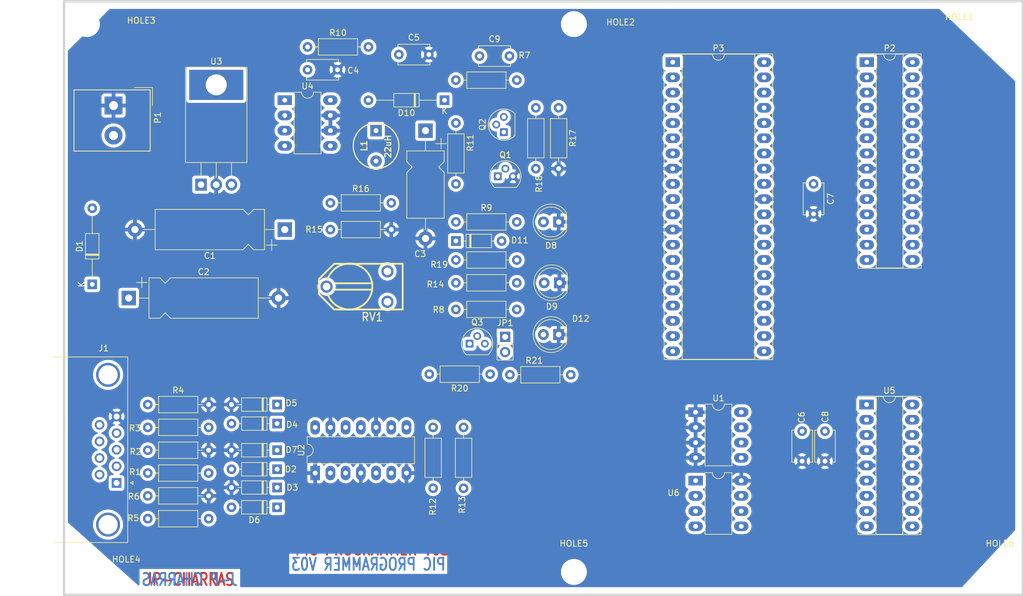
<source format=kicad_pcb>
(kicad_pcb (version 20241229) (generator "pcbnew") (generator_version "9.0")
  (title_block (title "SERIAL PIC PROGRAMMER"))
  (layers (0 "F.Cu" signal "top_copper") (2 "B.Cu" signal "bottom_copper") (13 "F.Paste" user) (15 "B.Paste" user) (5 "F.SilkS" user "F.Silkscreen") (7 "B.SilkS" user "B.Silkscreen") (1 "F.Mask" user) (3 "B.Mask" user) (25 "Edge.Cuts" user))
  (net 0 "")
  (net 1 "Net-(D1-K)")
  (net 2 "Net-(U4-Vc)")
  (net 3 "GND")
  (net 4 "VCC")
  (net 5 "VPP")
  (net 6 "VCC_PIC")
  (net 7 "Net-(Q2-B)")
  (net 8 "/pic_programmer/PC-CLOCK-OUT")
  (net 9 "VPP-MCLR")
  (net 10 "CLOCK-RB6")
  (net 11 "DATA-RB7")
  (net 12 "Net-(D1-A)")
  (net 13 "Net-(D2-A)")
  (net 14 "Net-(C5-Pad1)")
  (net 15 "Net-(D4-A)")
  (net 16 "Net-(D6-A)")
  (net 17 "Net-(D8-A)")
  (net 18 "Net-(D9-A)")
  (net 19 "Net-(D10-A)")
  (net 20 "Net-(D11-K)")
  (net 21 "Net-(D11-A)")
  (net 22 "Net-(D12-A)")
  (net 25 "Net-(R8-Pad1)")
  (net 26 "Net-(R12-Pad1)")
  (net 27 "Net-(R13-Pad1)")
  (net 28 "Net-(R15-Pad1)")
  (net 29 "Net-(R16-Pad1)")
  (net 30 "Net-(Q1-B)")
  (net 31 "Net-(Q2-C)")
  (net 32 "/pic_programmer/VPP_ON")
  (net 33 "/pic_programmer/PC-DATA-OUT")
  (net 34 "/pic_programmer/PC-DATA-IN")
  (net 37 "Net-(Q3-B)")
  (net 38 "Net-(U4-FB+)")
  (footprint "pic_programmer_fp:DIP-40_W15.24mm_Socket_LongPads" (layer "F.Cu") (at 175.26 50.8)
    (property "Reference" "P3" (at 7.62 -2.33 0) (layer "F.SilkS"))
    (property "Value" "SUPP40")
    (pad "1" thru_hole rect (at 0 0) (size 2.4 1.6) (drill 0.8) (layers "*.Cu" "*.Mask") (net 9 "VPP-MCLR"))
    (pad "2" thru_hole oval (at 0 2.54) (size 2.4 1.6) (drill 0.8) (layers "*.Cu" "*.Mask"))
    (pad "3" thru_hole oval (at 0 5.08) (size 2.4 1.6) (drill 0.8) (layers "*.Cu" "*.Mask"))
    (pad "4" thru_hole oval (at 0 7.62) (size 2.4 1.6) (drill 0.8) (layers "*.Cu" "*.Mask"))
    (pad "5" thru_hole oval (at 0 10.16) (size 2.4 1.6) (drill 0.8) (layers "*.Cu" "*.Mask"))
    (pad "6" thru_hole oval (at 0 12.7) (size 2.4 1.6) (drill 0.8) (layers "*.Cu" "*.Mask"))
    (pad "7" thru_hole oval (at 0 15.24) (size 2.4 1.6) (drill 0.8) (layers "*.Cu" "*.Mask"))
    (pad "8" thru_hole oval (at 0 17.78) (size 2.4 1.6) (drill 0.8) (layers "*.Cu" "*.Mask") (net 3 "GND"))
    (pad "9" thru_hole oval (at 0 20.32) (size 2.4 1.6) (drill 0.8) (layers "*.Cu" "*.Mask"))
    (pad "10" thru_hole oval (at 0 22.86) (size 2.4 1.6) (drill 0.8) (layers "*.Cu" "*.Mask"))
    (pad "11" thru_hole oval (at 0 25.4) (size 2.4 1.6) (drill 0.8) (layers "*.Cu" "*.Mask") (net 6 "VCC_PIC"))
    (pad "12" thru_hole oval (at 0 27.94) (size 2.4 1.6) (drill 0.8) (layers "*.Cu" "*.Mask") (net 3 "GND"))
    (pad "13" thru_hole oval (at 0 30.48) (size 2.4 1.6) (drill 0.8) (layers "*.Cu" "*.Mask"))
    (pad "14" thru_hole oval (at 0 33.02) (size 2.4 1.6) (drill 0.8) (layers "*.Cu" "*.Mask"))
    (pad "15" thru_hole oval (at 0 35.56) (size 2.4 1.6) (drill 0.8) (layers "*.Cu" "*.Mask"))
    (pad "16" thru_hole oval (at 0 38.1) (size 2.4 1.6) (drill 0.8) (layers "*.Cu" "*.Mask"))
    (pad "17" thru_hole oval (at 0 40.64) (size 2.4 1.6) (drill 0.8) (layers "*.Cu" "*.Mask"))
    (pad "18" thru_hole oval (at 0 43.18) (size 2.4 1.6) (drill 0.8) (layers "*.Cu" "*.Mask"))
    (pad "19" thru_hole oval (at 0 45.72) (size 2.4 1.6) (drill 0.8) (layers "*.Cu" "*.Mask"))
    (pad "20" thru_hole oval (at 0 48.26) (size 2.4 1.6) (drill 0.8) (layers "*.Cu" "*.Mask"))
    (pad "21" thru_hole oval (at 15.24 48.26) (size 2.4 1.6) (drill 0.8) (layers "*.Cu" "*.Mask"))
    (pad "22" thru_hole oval (at 15.24 45.72) (size 2.4 1.6) (drill 0.8) (layers "*.Cu" "*.Mask"))
    (pad "23" thru_hole oval (at 15.24 43.18) (size 2.4 1.6) (drill 0.8) (layers "*.Cu" "*.Mask"))
    (pad "24" thru_hole oval (at 15.24 40.64) (size 2.4 1.6) (drill 0.8) (layers "*.Cu" "*.Mask"))
    (pad "25" thru_hole oval (at 15.24 38.1) (size 2.4 1.6) (drill 0.8) (layers "*.Cu" "*.Mask"))
    (pad "26" thru_hole oval (at 15.24 35.56) (size 2.4 1.6) (drill 0.8) (layers "*.Cu" "*.Mask"))
    (pad "27" thru_hole oval (at 15.24 33.02) (size 2.4 1.6) (drill 0.8) (layers "*.Cu" "*.Mask"))
    (pad "28" thru_hole oval (at 15.24 30.48) (size 2.4 1.6) (drill 0.8) (layers "*.Cu" "*.Mask"))
    (pad "29" thru_hole oval (at 15.24 27.94) (size 2.4 1.6) (drill 0.8) (layers "*.Cu" "*.Mask"))
    (pad "30" thru_hole oval (at 15.24 25.4) (size 2.4 1.6) (drill 0.8) (layers "*.Cu" "*.Mask"))
    (pad "31" thru_hole oval (at 15.24 22.86) (size 2.4 1.6) (drill 0.8) (layers "*.Cu" "*.Mask") (net 3 "GND"))
    (pad "32" thru_hole oval (at 15.24 20.32) (size 2.4 1.6) (drill 0.8) (layers "*.Cu" "*.Mask") (net 6 "VCC_PIC"))
    (pad "33" thru_hole oval (at 15.24 17.78) (size 2.4 1.6) (drill 0.8) (layers "*.Cu" "*.Mask"))
    (pad "34" thru_hole oval (at 15.24 15.24) (size 2.4 1.6) (drill 0.8) (layers "*.Cu" "*.Mask"))
    (pad "35" thru_hole oval (at 15.24 12.7) (size 2.4 1.6) (drill 0.8) (layers "*.Cu" "*.Mask"))
    (pad "36" thru_hole oval (at 15.24 10.16) (size 2.4 1.6) (drill 0.8) (layers "*.Cu" "*.Mask"))
    (pad "37" thru_hole oval (at 15.24 7.62) (size 2.4 1.6) (drill 0.8) (layers "*.Cu" "*.Mask"))
    (pad "38" thru_hole oval (at 15.24 5.08) (size 2.4 1.6) (drill 0.8) (layers "*.Cu" "*.Mask"))
    (pad "39" thru_hole oval (at 15.24 2.54) (size 2.4 1.6) (drill 0.8) (layers "*.Cu" "*.Mask") (net 10 "CLOCK-RB6"))
    (pad "40" thru_hole oval (at 15.24 0) (size 2.4 1.6) (drill 0.8) (layers "*.Cu" "*.Mask") (net 11 "DATA-RB7"))
  )
  (footprint "pic_programmer_fp:MountingHole_4.3mm_M4_DIN965" (layer "F.Cu") (at 229.87 44.45)
    (property "Reference" "HOLE1" (at -6.773 -1.2 0) (layer "F.SilkS"))
    (property "Value" "P***")
    (pad "" np_thru_hole circle (at 0 0) (size 4.3 4.3) (drill 4.3) (layers "*.Cu" "*.Mask"))
  )
  (footprint "pic_programmer_fp:MountingHole_4.3mm_M4_DIN965" (layer "F.Cu") (at 229.87 135.89)
    (property "Reference" "HOLE6" (at 0 -4.75 0) (layer "F.SilkS"))
    (property "Value" "P***")
    (pad "" np_thru_hole circle (at 0 0) (size 4.3 4.3) (drill 4.3) (layers "*.Cu" "*.Mask"))
  )
  (footprint "pic_programmer_fp:MountingHole_4.3mm_M4_DIN965" (layer "F.Cu") (at 77.47 44.45)
    (property "Reference" "HOLE3" (at 9.071 -0.605 0) (layer "F.SilkS"))
    (property "Value" "P***")
    (pad "" np_thru_hole circle (at 0 0) (size 4.3 4.3) (drill 4.3) (layers "*.Cu" "*.Mask"))
  )
  (footprint "pic_programmer_fp:MountingHole_4.3mm_M4_DIN965" (layer "F.Cu") (at 77.47 135.89)
    (property "Reference" "HOLE4" (at 6.579 -2.099 0) (layer "F.SilkS"))
    (property "Value" "P***")
    (pad "" np_thru_hole circle (at 0 0) (size 4.3 4.3) (drill 4.3) (layers "*.Cu" "*.Mask"))
  )
  (footprint "pic_programmer_fp:MountingHole_4.3mm_M4_DIN965" (layer "F.Cu") (at 158.75 135.89)
    (property "Reference" "HOLE5" (at 0 -4.75 0) (layer "F.SilkS"))
    (property "Value" "P***")
    (pad "" np_thru_hole circle (at 0 0) (size 4.3 4.3) (drill 4.3) (layers "*.Cu" "*.Mask"))
  )
  (footprint "pic_programmer_fp:MountingHole_4.3mm_M4_DIN965" (layer "F.Cu") (at 158.75 44.45)
    (property "Reference" "HOLE2" (at 7.791 -0.307 0) (layer "F.SilkS"))
    (property "Value" "P***")
    (pad "" np_thru_hole circle (at 0 0) (size 4.3 4.3) (drill 4.3) (layers "*.Cu" "*.Mask"))
  )
  (footprint "pic_programmer_fp:DIP-28_W7.62mm_Socket_LongPads" (layer "F.Cu") (at 207.645 50.8)
    (property "Reference" "P2" (at 3.81 -2.33 180) (layer "F.SilkS"))
    (property "Value" "SUPP28")
    (pad "1" thru_hole rect (at 0 0) (size 2.4 1.6) (drill 0.8) (layers "*.Cu" "*.Mask") (net 9 "VPP-MCLR"))
    (pad "2" thru_hole oval (at 0 2.54) (size 2.4 1.6) (drill 0.8) (layers "*.Cu" "*.Mask"))
    (pad "3" thru_hole oval (at 0 5.08) (size 2.4 1.6) (drill 0.8) (layers "*.Cu" "*.Mask"))
    (pad "4" thru_hole oval (at 0 7.62) (size 2.4 1.6) (drill 0.8) (layers "*.Cu" "*.Mask"))
    (pad "5" thru_hole oval (at 0 10.16) (size 2.4 1.6) (drill 0.8) (layers "*.Cu" "*.Mask"))
    (pad "6" thru_hole oval (at 0 12.7) (size 2.4 1.6) (drill 0.8) (layers "*.Cu" "*.Mask"))
    (pad "7" thru_hole oval (at 0 15.24) (size 2.4 1.6) (drill 0.8) (layers "*.Cu" "*.Mask"))
    (pad "8" thru_hole oval (at 0 17.78) (size 2.4 1.6) (drill 0.8) (layers "*.Cu" "*.Mask") (net 3 "GND"))
    (pad "9" thru_hole oval (at 0 20.32) (size 2.4 1.6) (drill 0.8) (layers "*.Cu" "*.Mask"))
    (pad "10" thru_hole oval (at 0 22.86) (size 2.4 1.6) (drill 0.8) (layers "*.Cu" "*.Mask"))
    (pad "11" thru_hole oval (at 0 25.4) (size 2.4 1.6) (drill 0.8) (layers "*.Cu" "*.Mask"))
    (pad "12" thru_hole oval (at 0 27.94) (size 2.4 1.6) (drill 0.8) (layers "*.Cu" "*.Mask"))
    (pad "13" thru_hole oval (at 0 30.48) (size 2.4 1.6) (drill 0.8) (layers "*.Cu" "*.Mask"))
    (pad "14" thru_hole oval (at 0 33.02) (size 2.4 1.6) (drill 0.8) (layers "*.Cu" "*.Mask"))
    (pad "15" thru_hole oval (at 7.62 33.02) (size 2.4 1.6) (drill 0.8) (layers "*.Cu" "*.Mask"))
    (pad "16" thru_hole oval (at 7.62 30.48) (size 2.4 1.6) (drill 0.8) (layers "*.Cu" "*.Mask"))
    (pad "17" thru_hole oval (at 7.62 27.94) (size 2.4 1.6) (drill 0.8) (layers "*.Cu" "*.Mask"))
    (pad "18" thru_hole oval (at 7.62 25.4) (size 2.4 1.6) (drill 0.8) (layers "*.Cu" "*.Mask"))
    (pad "19" thru_hole oval (at 7.62 22.86) (size 2.4 1.6) (drill 0.8) (layers "*.Cu" "*.Mask") (net 3 "GND"))
    (pad "20" thru_hole oval (at 7.62 20.32) (size 2.4 1.6) (drill 0.8) (layers "*.Cu" "*.Mask") (net 6 "VCC_PIC"))
    (pad "21" thru_hole oval (at 7.62 17.78) (size 2.4 1.6) (drill 0.8) (layers "*.Cu" "*.Mask"))
    (pad "22" thru_hole oval (at 7.62 15.24) (size 2.4 1.6) (drill 0.8) (layers "*.Cu" "*.Mask"))
    (pad "23" thru_hole oval (at 7.62 12.7) (size 2.4 1.6) (drill 0.8) (layers "*.Cu" "*.Mask"))
    (pad "24" thru_hole oval (at 7.62 10.16) (size 2.4 1.6) (drill 0.8) (layers "*.Cu" "*.Mask"))
    (pad "25" thru_hole oval (at 7.62 7.62) (size 2.4 1.6) (drill 0.8) (layers "*.Cu" "*.Mask"))
    (pad "26" thru_hole oval (at 7.62 5.08) (size 2.4 1.6) (drill 0.8) (layers "*.Cu" "*.Mask"))
    (pad "27" thru_hole oval (at 7.62 2.54) (size 2.4 1.6) (drill 0.8) (layers "*.Cu" "*.Mask") (net 10 "CLOCK-RB6"))
    (pad "28" thru_hole oval (at 7.62 0) (size 2.4 1.6) (drill 0.8) (layers "*.Cu" "*.Mask") (net 11 "DATA-RB7"))
  )
  (footprint "pic_programmer_fp:CP_Axial_L18.0mm_D6.5mm_P25.00mm_Horizontal" (layer "F.Cu") (at 110.49 78.74 180)
    (property "Reference" "C1" (at 12.5 -4.37 180) (layer "F.SilkS"))
    (property "Value" "100uF")
    (pad "1" thru_hole rect (at 0 0 180) (size 2.4 2.4) (drill 1.2) (layers "*.Cu" "*.Mask") (net 4 "VCC"))
    (pad "2" thru_hole oval (at 25 0 180) (size 2.4 2.4) (drill 1.2) (layers "*.Cu" "*.Mask") (net 3 "GND"))
  )
  (footprint "pic_programmer_fp:CP_Axial_L18.0mm_D6.5mm_P25.00mm_Horizontal" (layer "F.Cu") (at 84.455 90.17)
    (property "Reference" "C2" (at 12.5 -4.37 0) (layer "F.SilkS"))
    (property "Value" "220uF")
    (pad "1" thru_hole rect (at 0 0) (size 2.4 2.4) (drill 1.2) (layers "*.Cu" "*.Mask") (net 1 "Net-(D1-K)"))
    (pad "2" thru_hole oval (at 25 0) (size 2.4 2.4) (drill 1.2) (layers "*.Cu" "*.Mask") (net 3 "GND"))
  )
  (footprint "pic_programmer_fp:CP_Axial_L11.0mm_D6.0mm_P18.00mm_Horizontal" (layer "F.Cu") (at 133.985 62.23 -90)
    (property "Reference" "C3" (at 20.574 0.889 0) (layer "F.SilkS"))
    (property "Value" "22uF/25V")
    (pad "1" thru_hole rect (at 0 0 270) (size 2.4 2.4) (drill 1.2) (layers "*.Cu" "*.Mask") (net 5 "VPP"))
    (pad "2" thru_hole oval (at 18 0 270) (size 2.4 2.4) (drill 1.2) (layers "*.Cu" "*.Mask") (net 3 "GND"))
  )
  (footprint "pic_programmer_fp:C_Disc_D5.1mm_W3.2mm_P5.00mm" (layer "F.Cu") (at 114.3 52.07)
    (property "Reference" "C4" (at 7.62 0.127 0) (layer "F.SilkS"))
    (property "Value" "0")
    (pad "1" thru_hole circle (at 0 0) (size 1.6 1.6) (drill 0.8) (layers "*.Cu" "*.Mask") (net 2 "Net-(U4-Vc)"))
    (pad "2" thru_hole circle (at 5 0) (size 1.6 1.6) (drill 0.8) (layers "*.Cu" "*.Mask") (net 3 "GND"))
  )
  (footprint "pic_programmer_fp:C_Disc_D5.1mm_W3.2mm_P5.00mm" (layer "F.Cu") (at 129.54 49.53)
    (property "Reference" "C5" (at 2.5 -2.85 0) (layer "F.SilkS"))
    (property "Value" "10nF")
    (pad "1" thru_hole circle (at 0 0) (size 1.6 1.6) (drill 0.8) (layers "*.Cu" "*.Mask") (net 14 "Net-(C5-Pad1)"))
    (pad "2" thru_hole circle (at 5 0) (size 1.6 1.6) (drill 0.8) (layers "*.Cu" "*.Mask") (net 3 "GND"))
  )
  (footprint "pic_programmer_fp:C_Disc_D5.1mm_W3.2mm_P5.00mm" (layer "F.Cu") (at 196.85 112.395 -90)
    (property "Reference" "C6" (at -2.308 0.102 270) (layer "F.SilkS"))
    (property "Value" "100nF")
    (pad "1" thru_hole circle (at 0 0 270) (size 1.6 1.6) (drill 0.8) (layers "*.Cu" "*.Mask") (net 4 "VCC"))
    (pad "2" thru_hole circle (at 5 0 270) (size 1.6 1.6) (drill 0.8) (layers "*.Cu" "*.Mask") (net 3 "GND"))
  )
  (footprint "pic_programmer_fp:C_Disc_D5.1mm_W3.2mm_P5.00mm" (layer "F.Cu") (at 198.755 71.12 -90)
    (property "Reference" "C7" (at 2.5 -2.85 270) (layer "F.SilkS"))
    (property "Value" "100nF")
    (pad "1" thru_hole circle (at 0 0 270) (size 1.6 1.6) (drill 0.8) (layers "*.Cu" "*.Mask") (net 6 "VCC_PIC"))
    (pad "2" thru_hole circle (at 5 0 270) (size 1.6 1.6) (drill 0.8) (layers "*.Cu" "*.Mask") (net 3 "GND"))
  )
  (footprint "pic_programmer_fp:C_Disc_D5.1mm_W3.2mm_P5.00mm" (layer "F.Cu") (at 200.66 112.395 -90)
    (property "Reference" "C8" (at -2.383 -0.04 270) (layer "F.SilkS"))
    (property "Value" "100nF")
    (pad "1" thru_hole circle (at 0 0 270) (size 1.6 1.6) (drill 0.8) (layers "*.Cu" "*.Mask") (net 6 "VCC_PIC"))
    (pad "2" thru_hole circle (at 5 0 270) (size 1.6 1.6) (drill 0.8) (layers "*.Cu" "*.Mask") (net 3 "GND"))
  )
  (footprint "pic_programmer_fp:C_Disc_D5.1mm_W3.2mm_P5.00mm" (layer "F.Cu") (at 143.002 49.784)
    (property "Reference" "C9" (at 2.5 -2.85 0) (layer "F.SilkS"))
    (property "Value" "22OnF")
    (pad "1" thru_hole circle (at 0 0) (size 1.6 1.6) (drill 0.8) (layers "*.Cu" "*.Mask") (net 5 "VPP"))
    (pad "2" thru_hole circle (at 5 0) (size 1.6 1.6) (drill 0.8) (layers "*.Cu" "*.Mask") (net 7 "Net-(Q2-B)"))
  )
  (footprint "pic_programmer_fp:D_DO-35_SOD27_P12.70mm_Horizontal" (layer "F.Cu") (at 78.359 87.884 90)
    (property "Reference" "D1" (at 6.35 -2.12 90) (layer "F.SilkS"))
    (property "Value" "1N4004")
    (fp_text user "K" (at 0 -1.8 90) (layer "F.SilkS"))
    (pad "1" thru_hole rect (at 0 0 90) (size 1.6 1.6) (drill 0.8) (layers "*.Cu" "*.Mask") (net 1 "Net-(D1-K)"))
    (pad "2" thru_hole oval (at 12.7 0 90) (size 1.6 1.6) (drill 0.8) (layers "*.Cu" "*.Mask") (net 12 "Net-(D1-A)"))
  )
  (footprint "pic_programmer_fp:D_DO-35_SOD27_P7.62mm_Horizontal" (layer "F.Cu") (at 109.22 118.745 180)
    (property "Reference" "D2" (at -2.286 0 0) (layer "F.SilkS"))
    (property "Value" "BAT43")
    (pad "1" thru_hole rect (at 0 0 180) (size 1.6 1.6) (drill 0.8) (layers "*.Cu" "*.Mask") (net 4 "VCC"))
    (pad "2" thru_hole oval (at 7.62 0 180) (size 1.6 1.6) (drill 0.8) (layers "*.Cu" "*.Mask") (net 13 "Net-(D2-A)"))
  )
  (footprint "pic_programmer_fp:D_DO-35_SOD27_P7.62mm_Horizontal" (layer "F.Cu") (at 109.22 121.793 180)
    (property "Reference" "D3" (at -2.54 0 0) (layer "F.SilkS"))
    (property "Value" "BAT43")
    (pad "1" thru_hole rect (at 0 0 180) (size 1.6 1.6) (drill 0.8) (layers "*.Cu" "*.Mask") (net 13 "Net-(D2-A)"))
    (pad "2" thru_hole oval (at 7.62 0 180) (size 1.6 1.6) (drill 0.8) (layers "*.Cu" "*.Mask") (net 3 "GND"))
  )
  (footprint "pic_programmer_fp:D_DO-35_SOD27_P7.62mm_Horizontal" (layer "F.Cu") (at 109.22 111.125 180)
    (property "Reference" "D4" (at -2.48 -0.175 180) (layer "F.SilkS"))
    (property "Value" "BAT43")
    (pad "1" thru_hole rect (at 0 0 180) (size 1.6 1.6) (drill 0.8) (layers "*.Cu" "*.Mask") (net 4 "VCC"))
    (pad "2" thru_hole oval (at 7.62 0 180) (size 1.6 1.6) (drill 0.8) (layers "*.Cu" "*.Mask") (net 15 "Net-(D4-A)"))
  )
  (footprint "pic_programmer_fp:D_DO-35_SOD27_P7.62mm_Horizontal" (layer "F.Cu") (at 109.22 107.95 180)
    (property "Reference" "D5" (at -2.38 0.25 180) (layer "F.SilkS"))
    (property "Value" "BAT43")
    (pad "1" thru_hole rect (at 0 0 180) (size 1.6 1.6) (drill 0.8) (layers "*.Cu" "*.Mask") (net 15 "Net-(D4-A)"))
    (pad "2" thru_hole oval (at 7.62 0 180) (size 1.6 1.6) (drill 0.8) (layers "*.Cu" "*.Mask") (net 3 "GND"))
  )
  (footprint "pic_programmer_fp:D_DO-35_SOD27_P7.62mm_Horizontal" (layer "F.Cu") (at 109.22 125.095 180)
    (property "Reference" "D6" (at 3.81 -2.12 180) (layer "F.SilkS"))
    (property "Value" "BAT43")
    (pad "1" thru_hole rect (at 0 0 180) (size 1.6 1.6) (drill 0.8) (layers "*.Cu" "*.Mask") (net 4 "VCC"))
    (pad "2" thru_hole oval (at 7.62 0 180) (size 1.6 1.6) (drill 0.8) (layers "*.Cu" "*.Mask") (net 16 "Net-(D6-A)"))
  )
  (footprint "pic_programmer_fp:D_DO-35_SOD27_P7.62mm_Horizontal" (layer "F.Cu") (at 109.22 115.57 180)
    (property "Reference" "D7" (at -2.38 0.07 180) (layer "F.SilkS"))
    (property "Value" "BAT43")
    (pad "1" thru_hole rect (at 0 0 180) (size 1.6 1.6) (drill 0.8) (layers "*.Cu" "*.Mask") (net 16 "Net-(D6-A)"))
    (pad "2" thru_hole oval (at 7.62 0 180) (size 1.6 1.6) (drill 0.8) (layers "*.Cu" "*.Mask") (net 3 "GND"))
  )
  (footprint "pic_programmer_fp:LED_D5.0mm" (layer "F.Cu") (at 156.21 77.47 180)
    (property "Reference" "D8" (at 1.27 -3.96 0) (layer "F.SilkS"))
    (property "Value" "RED-LED")
    (pad "1" thru_hole rect (at 0 0 180) (size 1.8 1.8) (drill 0.9) (layers "*.Cu" "*.Mask") (net 3 "GND"))
    (pad "2" thru_hole circle (at 2.54 0 180) (size 1.8 1.8) (drill 0.9) (layers "*.Cu" "*.Mask") (net 17 "Net-(D8-A)"))
  )
  (footprint "pic_programmer_fp:LED_D5.0mm" (layer "F.Cu") (at 156.337 87.63 180)
    (property "Reference" "D9" (at 1.27 -3.96 0) (layer "F.SilkS"))
    (property "Value" "GREEN-LED")
    (pad "1" thru_hole rect (at 0 0 180) (size 1.8 1.8) (drill 0.9) (layers "*.Cu" "*.Mask") (net 3 "GND"))
    (pad "2" thru_hole circle (at 2.54 0 180) (size 1.8 1.8) (drill 0.9) (layers "*.Cu" "*.Mask") (net 18 "Net-(D9-A)"))
  )
  (footprint "pic_programmer_fp:D_DO-35_SOD27_P12.70mm_Horizontal" (layer "F.Cu") (at 137.16 57.15 180)
    (property "Reference" "D10" (at 6.35 -2.12 180) (layer "F.SilkS"))
    (property "Value" "SCHOTTKY")
    (fp_text user "K" (at 0 -1.8 180) (layer "F.SilkS"))
    (pad "1" thru_hole rect (at 0 0 180) (size 1.6 1.6) (drill 0.8) (layers "*.Cu" "*.Mask") (net 5 "VPP"))
    (pad "2" thru_hole oval (at 12.7 0 180) (size 1.6 1.6) (drill 0.8) (layers "*.Cu" "*.Mask") (net 19 "Net-(D10-A)"))
  )
  (footprint "pic_programmer_fp:D_DO-35_SOD27_P7.62mm_Horizontal" (layer "F.Cu") (at 139.065 80.645)
    (property "Reference" "D11" (at 10.668 -0.127 0) (layer "F.SilkS"))
    (property "Value" "BAT43")
    (pad "1" thru_hole rect (at 0 0) (size 1.6 1.6) (drill 0.8) (layers "*.Cu" "*.Mask") (net 20 "Net-(D11-K)"))
    (pad "2" thru_hole oval (at 7.62 0) (size 1.6 1.6) (drill 0.8) (layers "*.Cu" "*.Mask") (net 21 "Net-(D11-A)"))
  )
  (footprint "pic_programmer_fp:LED_D5.0mm" (layer "F.Cu") (at 156.21 96.266 180)
    (property "Reference" "D12" (at -3.683 2.667 0) (layer "F.SilkS"))
    (property "Value" "YELLOW-LED")
    (pad "1" thru_hole rect (at 0 0 180) (size 1.8 1.8) (drill 0.9) (layers "*.Cu" "*.Mask") (net 3 "GND"))
    (pad "2" thru_hole circle (at 2.54 0 180) (size 1.8 1.8) (drill 0.9) (layers "*.Cu" "*.Mask") (net 22 "Net-(D12-A)"))
  )
  (footprint "pic_programmer_fp:DSUB-9_Female_Horizontal_P2.77x2.84mm_EdgePinOffset7.70mm_Housed_MountingHolesOffset9.12mm" (layer "F.Cu") (at 82.423 121.031 -90)
    (property "Reference" "J1" (at -22.479 2.159 180) (layer "F.SilkS"))
    (property "Value" "DB9-FEMAL")
    (pad "0" thru_hole circle (at -18.04 1.42 270) (size 4 4) (drill 3.2) (layers "*.Cu" "*.Mask"))
    (pad "0" thru_hole circle (at 6.96 1.42 270) (size 4 4) (drill 3.2) (layers "*.Cu" "*.Mask"))
    (pad "1" thru_hole rect (at 0 0 270) (size 1.6 1.6) (drill 1) (layers "*.Cu" "*.Mask"))
    (pad "2" thru_hole circle (at -2.77 0 270) (size 1.6 1.6) (drill 1) (layers "*.Cu" "*.Mask"))
    (pad "3" thru_hole circle (at -5.54 0 270) (size 1.6 1.6) (drill 1) (layers "*.Cu" "*.Mask") (net 32 "/pic_programmer/VPP_ON"))
    (pad "4" thru_hole circle (at -8.31 0 270) (size 1.6 1.6) (drill 1) (layers "*.Cu" "*.Mask") (net 33 "/pic_programmer/PC-DATA-OUT"))
    (pad "5" thru_hole circle (at -11.08 0 270) (size 1.6 1.6) (drill 1) (layers "*.Cu" "*.Mask") (net 3 "GND"))
    (pad "6" thru_hole circle (at -1.385 2.84 270) (size 1.6 1.6) (drill 1) (layers "*.Cu" "*.Mask"))
    (pad "7" thru_hole circle (at -4.155 2.84 270) (size 1.6 1.6) (drill 1) (layers "*.Cu" "*.Mask") (net 8 "/pic_programmer/PC-CLOCK-OUT"))
    (pad "8" thru_hole circle (at -6.925 2.84 270) (size 1.6 1.6) (drill 1) (layers "*.Cu" "*.Mask") (net 34 "/pic_programmer/PC-DATA-IN"))
    (pad "9" thru_hole circle (at -9.695 2.84 270) (size 1.6 1.6) (drill 1) (layers "*.Cu" "*.Mask"))
  )
  (footprint "pic_programmer_fp:PinHeader_1x02_P2.54mm_Vertical" (layer "F.Cu") (at 147.275 96.65)
    (property "Reference" "JP1" (at 0 -2.33 0) (layer "F.SilkS"))
    (property "Value" "JUMPER")
    (pad "1" thru_hole rect (at 0 0) (size 1.7 1.7) (drill 1) (layers "*.Cu" "*.Mask") (net 4 "VCC"))
    (pad "2" thru_hole oval (at 0 2.54) (size 1.7 1.7) (drill 1) (layers "*.Cu" "*.Mask") (net 6 "VCC_PIC"))
  )
  (footprint "pic_programmer_fp:INDUCTOR_V" (layer "F.Cu") (at 125.73 64.77 -90)
    (property "Reference" "L1" (at 0 1.99898 270) (layer "F.SilkS") (effects (font (size 1.00076 1.00076) (thickness 0.2032))))
    (property "Value" "22uH" (at 0.09906 -1.99898 270) (layer "F.SilkS") (effects (font (size 1.00076 1.00076) (thickness 0.2032))))
    (pad "1" thru_hole rect (at -2.54 0 270) (size 1.905 1.905) (drill 0.8128) (layers "*.Cu" "*.Mask") (net 19 "Net-(D10-A)"))
    (pad "2" thru_hole circle (at 2.54 0 270) (size 1.905 1.905) (drill 0.8128) (layers "*.Cu" "*.Mask") (net 4 "VCC"))
  )
  (footprint "pic_programmer_fp:Altech_AK300_1x02_P5.00mm_45-Degree" (layer "F.Cu") (at 81.915 58.039 -90)
    (property "Reference" "P1" (at 2.032 -7.366 90) (layer "F.SilkS"))
    (property "Value" "CONN_2")
    (pad "1" thru_hole rect (at 0 0 270) (size 3 3) (drill 1.5) (layers "*.Cu" "*.Mask") (net 3 "GND"))
    (pad "2" thru_hole circle (at 5 0 270) (size 3 3) (drill 1.5) (layers "*.Cu" "*.Mask") (net 12 "Net-(D1-A)"))
  )
  (footprint "pic_programmer_fp:TO-92" (layer "F.Cu") (at 146.05 69.85)
    (property "Reference" "Q1" (at 1.27 -3.56 0) (layer "F.SilkS"))
    (property "Value" "BC237")
    (pad "1" thru_hole roundrect (at 0 0) (size 1.3 1.3) (drill 0.75) (layers "*.Cu" "*.Mask") (roundrect_rratio 0.1) (net 20 "Net-(D11-K)"))
    (pad "2" thru_hole circle (at 1.27 -1.27) (size 1.3 1.3) (drill 0.75) (layers "*.Cu" "*.Mask") (net 30 "Net-(Q1-B)"))
    (pad "3" thru_hole circle (at 2.54 0) (size 1.3 1.3) (drill 0.75) (layers "*.Cu" "*.Mask") (net 3 "GND"))
  )
  (footprint "pic_programmer_fp:TO-92" (layer "F.Cu") (at 147.066 62.484 90)
    (property "Reference" "Q2" (at 1.27 -3.56 90) (layer "F.SilkS"))
    (property "Value" "BC307")
    (pad "1" thru_hole roundrect (at 0 0 90) (size 1.3 1.3) (drill 0.75) (layers "*.Cu" "*.Mask") (roundrect_rratio 0.1) (net 31 "Net-(Q2-C)"))
    (pad "2" thru_hole circle (at 1.27 -1.27 90) (size 1.3 1.3) (drill 0.75) (layers "*.Cu" "*.Mask") (net 7 "Net-(Q2-B)"))
    (pad "3" thru_hole circle (at 2.54 0 90) (size 1.3 1.3) (drill 0.75) (layers "*.Cu" "*.Mask") (net 5 "VPP"))
  )
  (footprint "pic_programmer_fp:TO-92" (layer "F.Cu") (at 141.351 97.79)
    (property "Reference" "Q3" (at 1.27 -3.56 0) (layer "F.SilkS"))
    (property "Value" "BC307")
    (pad "1" thru_hole roundrect (at 0 0) (size 1.3 1.3) (drill 0.75) (layers "*.Cu" "*.Mask") (roundrect_rratio 0.1) (net 6 "VCC_PIC"))
    (pad "2" thru_hole circle (at 1.27 -1.27) (size 1.3 1.3) (drill 0.75) (layers "*.Cu" "*.Mask") (net 37 "Net-(Q3-B)"))
    (pad "3" thru_hole circle (at 2.54 0) (size 1.3 1.3) (drill 0.75) (layers "*.Cu" "*.Mask") (net 4 "VCC"))
  )
  (footprint "pic_programmer_fp:R_Axial_DIN0207_L6.3mm_D2.5mm_P10.16mm_Horizontal" (layer "F.Cu") (at 87.63 115.57)
    (property "Reference" "R2" (at -2.032 0.254 0) (layer "F.SilkS"))
    (property "Value" "10K")
    (pad "1" thru_hole circle (at 0 0) (size 1.6 1.6) (drill 0.8) (layers "*.Cu" "*.Mask") (net 32 "/pic_programmer/VPP_ON"))
    (pad "2" thru_hole oval (at 10.16 0) (size 1.6 1.6) (drill 0.8) (layers "*.Cu" "*.Mask") (net 3 "GND"))
  )
  (footprint "pic_programmer_fp:R_Axial_DIN0207_L6.3mm_D2.5mm_P10.16mm_Horizontal" (layer "F.Cu") (at 87.63 111.76)
    (property "Reference" "R3" (at -2.159 0.127 0) (layer "F.SilkS"))
    (property "Value" "10K")
    (pad "1" thru_hole circle (at 0 0) (size 1.6 1.6) (drill 0.8) (layers "*.Cu" "*.Mask") (net 33 "/pic_programmer/PC-DATA-OUT"))
    (pad "2" thru_hole oval (at 10.16 0) (size 1.6 1.6) (drill 0.8) (layers "*.Cu" "*.Mask") (net 15 "Net-(D4-A)"))
  )
  (footprint "pic_programmer_fp:R_Axial_DIN0207_L6.3mm_D2.5mm_P10.16mm_Horizontal" (layer "F.Cu") (at 87.63 107.95)
    (property "Reference" "R4" (at 5.08 -2.37 0) (layer "F.SilkS"))
    (property "Value" "10K")
    (pad "1" thru_hole circle (at 0 0) (size 1.6 1.6) (drill 0.8) (layers "*.Cu" "*.Mask") (net 33 "/pic_programmer/PC-DATA-OUT"))
    (pad "2" thru_hole oval (at 10.16 0) (size 1.6 1.6) (drill 0.8) (layers "*.Cu" "*.Mask") (net 3 "GND"))
  )
  (footprint "pic_programmer_fp:R_Axial_DIN0207_L6.3mm_D2.5mm_P10.16mm_Horizontal" (layer "F.Cu") (at 87.63 127)
    (property "Reference" "R5" (at -2.43 -0.1 0) (layer "F.SilkS"))
    (property "Value" "10K")
    (pad "1" thru_hole circle (at 0 0) (size 1.6 1.6) (drill 0.8) (layers "*.Cu" "*.Mask") (net 8 "/pic_programmer/PC-CLOCK-OUT"))
    (pad "2" thru_hole oval (at 10.16 0) (size 1.6 1.6) (drill 0.8) (layers "*.Cu" "*.Mask") (net 16 "Net-(D6-A)"))
  )
  (footprint "pic_programmer_fp:R_Axial_DIN0207_L6.3mm_D2.5mm_P10.16mm_Horizontal" (layer "F.Cu") (at 87.63 123.19)
    (property "Reference" "R6" (at -2.33 0.11 0) (layer "F.SilkS"))
    (property "Value" "10K")
    (pad "1" thru_hole circle (at 0 0) (size 1.6 1.6) (drill 0.8) (layers "*.Cu" "*.Mask") (net 8 "/pic_programmer/PC-CLOCK-OUT"))
    (pad "2" thru_hole oval (at 10.16 0) (size 1.6 1.6) (drill 0.8) (layers "*.Cu" "*.Mask") (net 3 "GND"))
  )
  (footprint "pic_programmer_fp:R_Axial_DIN0207_L6.3mm_D2.5mm_P10.16mm_Horizontal" (layer "F.Cu") (at 139.065 53.7972)
    (property "Reference" "R7" (at 11.43 -4.1402 0) (layer "F.SilkS"))
    (property "Value" "10K")
    (pad "1" thru_hole circle (at 0 0) (size 1.6 1.6) (drill 0.8) (layers "*.Cu" "*.Mask") (net 5 "VPP"))
    (pad "2" thru_hole oval (at 10.16 0) (size 1.6 1.6) (drill 0.8) (layers "*.Cu" "*.Mask") (net 7 "Net-(Q2-B)"))
  )
  (footprint "pic_programmer_fp:R_Axial_DIN0207_L6.3mm_D2.5mm_P10.16mm_Horizontal" (layer "F.Cu") (at 139.065 92.075)
    (property "Reference" "R8" (at -2.896 0.046 0) (layer "F.SilkS"))
    (property "Value" "1K")
    (pad "1" thru_hole circle (at 0 0) (size 1.6 1.6) (drill 0.8) (layers "*.Cu" "*.Mask") (net 25 "Net-(R8-Pad1)"))
    (pad "2" thru_hole oval (at 10.16 0) (size 1.6 1.6) (drill 0.8) (layers "*.Cu" "*.Mask") (net 30 "Net-(Q1-B)"))
  )
  (footprint "pic_programmer_fp:R_Axial_DIN0207_L6.3mm_D2.5mm_P10.16mm_Horizontal" (layer "F.Cu") (at 139.065 77.47)
    (property "Reference" "R9" (at 5.08 -2.37 0) (layer "F.SilkS"))
    (property "Value" "2.2K")
    (pad "1" thru_hole circle (at 0 0) (size 1.6 1.6) (drill 0.8) (layers "*.Cu" "*.Mask") (net 31 "Net-(Q2-C)"))
    (pad "2" thru_hole oval (at 10.16 0) (size 1.6 1.6) (drill 0.8) (layers "*.Cu" "*.Mask") (net 17 "Net-(D8-A)"))
  )
  (footprint "pic_programmer_fp:R_Axial_DIN0207_L6.3mm_D2.5mm_P10.16mm_Horizontal" (layer "F.Cu") (at 114.3 48.26)
    (property "Reference" "R10" (at 5.08 -2.37 0) (layer "F.SilkS"))
    (property "Value" "5.1K")
    (pad "1" thru_hole circle (at 0 0) (size 1.6 1.6) (drill 0.8) (layers "*.Cu" "*.Mask") (net 2 "Net-(U4-Vc)"))
    (pad "2" thru_hole oval (at 10.16 0) (size 1.6 1.6) (drill 0.8) (layers "*.Cu" "*.Mask") (net 14 "Net-(C5-Pad1)"))
  )
  (footprint "pic_programmer_fp:R_Axial_DIN0207_L6.3mm_D2.5mm_P10.16mm_Horizontal" (layer "F.Cu") (at 139.065 71.12 90)
    (property "Reference" "R11" (at 6.858 2.413 90) (layer "F.SilkS"))
    (property "Value" "22K")
    (pad "1" thru_hole circle (at 0 0 90) (size 1.6 1.6) (drill 0.8) (layers "*.Cu" "*.Mask") (net 20 "Net-(D11-K)"))
    (pad "2" thru_hole oval (at 10.16 0 90) (size 1.6 1.6) (drill 0.8) (layers "*.Cu" "*.Mask") (net 7 "Net-(Q2-B)"))
  )
  (footprint "pic_programmer_fp:R_Axial_DIN0207_L6.3mm_D2.5mm_P10.16mm_Horizontal" (layer "F.Cu") (at 135.255 121.92 90)
    (property "Reference" "R12" (at -3.08 -0.055 90) (layer "F.SilkS"))
    (property "Value" "470")
    (pad "1" thru_hole circle (at 0 0 90) (size 1.6 1.6) (drill 0.8) (layers "*.Cu" "*.Mask") (net 26 "Net-(R12-Pad1)"))
    (pad "2" thru_hole oval (at 10.16 0 90) (size 1.6 1.6) (drill 0.8) (layers "*.Cu" "*.Mask") (net 11 "DATA-RB7"))
  )
  (footprint "pic_programmer_fp:R_Axial_DIN0207_L6.3mm_D2.5mm_P10.16mm_Horizontal" (layer "F.Cu") (at 140.335 111.76 -90)
    (property "Reference" "R13" (at 12.94 0.235 270) (layer "F.SilkS"))
    (property "Value" "470")
    (pad "1" thru_hole circle (at 0 0 270) (size 1.6 1.6) (drill 0.8) (layers "*.Cu" "*.Mask") (net 27 "Net-(R13-Pad1)"))
    (pad "2" thru_hole oval (at 10.16 0 270) (size 1.6 1.6) (drill 0.8) (layers "*.Cu" "*.Mask") (net 10 "CLOCK-RB6"))
  )
  (footprint "pic_programmer_fp:R_Axial_DIN0207_L6.3mm_D2.5mm_P10.16mm_Horizontal" (layer "F.Cu") (at 139.065 87.63)
    (property "Reference" "R14" (at -3.429 0.254 0) (layer "F.SilkS"))
    (property "Value" "470")
    (pad "1" thru_hole circle (at 0 0) (size 1.6 1.6) (drill 0.8) (layers "*.Cu" "*.Mask") (net 4 "VCC"))
    (pad "2" thru_hole oval (at 10.16 0) (size 1.6 1.6) (drill 0.8) (layers "*.Cu" "*.Mask") (net 18 "Net-(D9-A)"))
  )
  (footprint "pic_programmer_fp:R_Axial_DIN0207_L6.3mm_D2.5mm_P10.16mm_Horizontal" (layer "F.Cu") (at 118.11 78.74)
    (property "Reference" "R15" (at -2.72 -0.016 0) (layer "F.SilkS"))
    (property "Value" "6.2K")
    (pad "1" thru_hole circle (at 0 0) (size 1.6 1.6) (drill 0.8) (layers "*.Cu" "*.Mask") (net 28 "Net-(R15-Pad1)"))
    (pad "2" thru_hole oval (at 10.16 0) (size 1.6 1.6) (drill 0.8) (layers "*.Cu" "*.Mask") (net 3 "GND"))
  )
  (footprint "pic_programmer_fp:R_Axial_DIN0207_L6.3mm_D2.5mm_P10.16mm_Horizontal" (layer "F.Cu") (at 156.21 58.42 -90)
    (property "Reference" "R17" (at 5.08 -2.37 270) (layer "F.SilkS"))
    (property "Value" "22K")
    (pad "1" thru_hole circle (at 0 0 270) (size 1.6 1.6) (drill 0.8) (layers "*.Cu" "*.Mask") (net 31 "Net-(Q2-C)"))
    (pad "2" thru_hole oval (at 10.16 0 270) (size 1.6 1.6) (drill 0.8) (layers "*.Cu" "*.Mask") (net 3 "GND"))
  )
  (footprint "pic_programmer_fp:R_Axial_DIN0207_L6.3mm_D2.5mm_P10.16mm_Horizontal" (layer "F.Cu") (at 152.4 68.58 90)
    (property "Reference" "R18" (at -2.542 0.532 90) (layer "F.SilkS"))
    (property "Value" "220")
    (pad "1" thru_hole circle (at 0 0 90) (size 1.6 1.6) (drill 0.8) (layers "*.Cu" "*.Mask") (net 31 "Net-(Q2-C)"))
    (pad "2" thru_hole oval (at 10.16 0 90) (size 1.6 1.6) (drill 0.8) (layers "*.Cu" "*.Mask") (net 9 "VPP-MCLR"))
  )
  (footprint "pic_programmer_fp:R_Axial_DIN0207_L6.3mm_D2.5mm_P10.16mm_Horizontal" (layer "F.Cu") (at 149.225 83.82 180)
    (property "Reference" "R19" (at 12.954 -0.762 180) (layer "F.SilkS"))
    (property "Value" "2.2K")
    (pad "1" thru_hole circle (at 0 0 180) (size 1.6 1.6) (drill 0.8) (layers "*.Cu" "*.Mask") (net 21 "Net-(D11-A)"))
    (pad "2" thru_hole oval (at 10.16 0 180) (size 1.6 1.6) (drill 0.8) (layers "*.Cu" "*.Mask") (net 37 "Net-(Q3-B)"))
  )
  (footprint "pic_programmer_fp:R_Axial_DIN0207_L6.3mm_D2.5mm_P10.16mm_Horizontal" (layer "F.Cu") (at 148.075 102.975)
    (property "Reference" "R21" (at 4.064 -2.37 0) (layer "F.SilkS"))
    (property "Value" "470")
    (pad "1" thru_hole circle (at 0 0) (size 1.6 1.6) (drill 0.8) (layers "*.Cu" "*.Mask") (net 6 "VCC_PIC"))
    (pad "2" thru_hole oval (at 10.16 0) (size 1.6 1.6) (drill 0.8) (layers "*.Cu" "*.Mask") (net 22 "Net-(D12-A)"))
  )
  (footprint "pic_programmer_fp:RV2X4" (layer "F.Cu") (at 127.635 90.805 180)
    (property "Reference" "RV1" (at 2.54 -2.54 180) (layer "F.SilkS") (effects (font (size 1.397 1.27) (thickness 0.2032))))
    (property "Value" "1K")
    (pad "1" thru_hole circle (at 0 0 180) (size 2.032 2.032) (drill 1.27) (layers "*.Cu" "*.Mask") (net 28 "Net-(R15-Pad1)"))
    (pad "2" thru_hole circle (at 10.16 2.54 180) (size 2.032 2.032) (drill 1.27) (layers "*.Cu" "*.Mask") (net 38 "Net-(U4-FB+)"))
    (pad "3" thru_hole circle (at 0 5.08 180) (size 2.032 2.032) (drill 1.27) (layers "*.Cu" "*.Mask") (net 29 "Net-(R16-Pad1)"))
  )
  (footprint "pic_programmer_fp:DIP-8_W7.62mm_LongPads" (layer "F.Cu") (at 179.07 109.22)
    (property "Reference" "U1" (at 3.81 -2.33 0) (layer "F.SilkS"))
    (property "Value" "24Cxx")
    (pad "1" thru_hole rect (at 0 0) (size 2.4 1.6) (drill 0.8) (layers "*.Cu" "*.Mask") (net 3 "GND"))
    (pad "2" thru_hole oval (at 0 2.54) (size 2.4 1.6) (drill 0.8) (layers "*.Cu" "*.Mask") (net 3 "GND"))
    (pad "3" thru_hole oval (at 0 5.08) (size 2.4 1.6) (drill 0.8) (layers "*.Cu" "*.Mask") (net 3 "GND"))
    (pad "4" thru_hole oval (at 0 7.62) (size 2.4 1.6) (drill 0.8) (layers "*.Cu" "*.Mask") (net 3 "GND"))
    (pad "5" thru_hole oval (at 7.62 7.62) (size 2.4 1.6) (drill 0.8) (layers "*.Cu" "*.Mask") (net 11 "DATA-RB7"))
    (pad "6" thru_hole oval (at 7.62 5.08) (size 2.4 1.6) (drill 0.8) (layers "*.Cu" "*.Mask") (net 10 "CLOCK-RB6"))
    (pad "7" thru_hole oval (at 7.62 2.54) (size 2.4 1.6) (drill 0.8) (layers "*.Cu" "*.Mask"))
    (pad "8" thru_hole oval (at 7.62 0) (size 2.4 1.6) (drill 0.8) (layers "*.Cu" "*.Mask") (net 4 "VCC"))
  )
  (footprint "pic_programmer_fp:DIP-14_W7.62mm_LongPads" (layer "F.Cu") (at 115.57 119.38 90)
    (property "Reference" "U2" (at 3.81 -2.33 90) (layer "F.SilkS"))
    (property "Value" "74HC125")
    (pad "1" thru_hole rect (at 0 0 90) (size 2.4 1.6) (drill 0.8) (layers "*.Cu" "*.Mask") (net 3 "GND"))
    (pad "2" thru_hole oval (at 0 2.54 90) (size 2.4 1.6) (drill 0.8) (layers "*.Cu" "*.Mask") (net 13 "Net-(D2-A)"))
    (pad "3" thru_hole oval (at 0 5.08 90) (size 2.4 1.6) (drill 0.8) (layers "*.Cu" "*.Mask") (net 25 "Net-(R8-Pad1)"))
    (pad "4" thru_hole oval (at 0 7.62 90) (size 2.4 1.6) (drill 0.8) (layers "*.Cu" "*.Mask") (net 3 "GND"))
    (pad "5" thru_hole oval (at 0 10.16 90) (size 2.4 1.6) (drill 0.8) (layers "*.Cu" "*.Mask") (net 15 "Net-(D4-A)"))
    (pad "6" thru_hole oval (at 0 12.7 90) (size 2.4 1.6) (drill 0.8) (layers "*.Cu" "*.Mask") (net 26 "Net-(R12-Pad1)"))
    (pad "7" thru_hole oval (at 0 15.24 90) (size 2.4 1.6) (drill 0.8) (layers "*.Cu" "*.Mask") (net 3 "GND"))
    (pad "8" thru_hole oval (at 7.62 15.24 90) (size 2.4 1.6) (drill 0.8) (layers "*.Cu" "*.Mask") (net 27 "Net-(R13-Pad1)"))
    (pad "9" thru_hole oval (at 7.62 12.7 90) (size 2.4 1.6) (drill 0.8) (layers "*.Cu" "*.Mask") (net 16 "Net-(D6-A)"))
    (pad "10" thru_hole oval (at 7.62 10.16 90) (size 2.4 1.6) (drill 0.8) (layers "*.Cu" "*.Mask") (net 3 "GND"))
    (pad "11" thru_hole oval (at 7.62 7.62 90) (size 2.4 1.6) (drill 0.8) (layers "*.Cu" "*.Mask") (net 34 "/pic_programmer/PC-DATA-IN"))
    (pad "12" thru_hole oval (at 7.62 5.08 90) (size 2.4 1.6) (drill 0.8) (layers "*.Cu" "*.Mask") (net 11 "DATA-RB7"))
    (pad "13" thru_hole oval (at 7.62 2.54 90) (size 2.4 1.6) (drill 0.8) (layers "*.Cu" "*.Mask") (net 3 "GND"))
    (pad "14" thru_hole oval (at 7.62 0 90) (size 2.4 1.6) (drill 0.8) (layers "*.Cu" "*.Mask") (net 4 "VCC"))
  )
  (footprint "pic_programmer_fp:TO-220-3_Horizontal_TabDown" (layer "F.Cu") (at 96.52 71.247)
    (property "Reference" "U3" (at 2.54 -20.58 0) (layer "F.SilkS"))
    (property "Value" "7805")
    (pad "" thru_hole rect (at 2.54 -16.66) (size 9 5) (drill 3.5) (layers "*.Cu" "*.Mask"))
    (pad "1" thru_hole rect (at 0 0) (size 1.905 2) (drill 1.1) (layers "*.Cu" "*.Mask") (net 1 "Net-(D1-K)"))
    (pad "2" thru_hole oval (at 2.54 0) (size 1.905 2) (drill 1.1) (layers "*.Cu" "*.Mask") (net 3 "GND"))
    (pad "3" thru_hole oval (at 5.08 0) (size 1.905 2) (drill 1.1) (layers "*.Cu" "*.Mask") (net 4 "VCC"))
  )
  (footprint "pic_programmer_fp:DIP-8_W7.62mm_LongPads" (layer "F.Cu") (at 110.49 57.15)
    (property "Reference" "U4" (at 3.81 -2.33 0) (layer "F.SilkS"))
    (property "Value" "LT1373")
    (pad "1" thru_hole rect (at 0 0) (size 2.4 1.6) (drill 0.8) (layers "*.Cu" "*.Mask") (net 2 "Net-(U4-Vc)"))
    (pad "2" thru_hole oval (at 0 2.54) (size 2.4 1.6) (drill 0.8) (layers "*.Cu" "*.Mask") (net 38 "Net-(U4-FB+)"))
    (pad "3" thru_hole oval (at 0 5.08) (size 2.4 1.6) (drill 0.8) (layers "*.Cu" "*.Mask"))
    (pad "4" thru_hole oval (at 0 7.62) (size 2.4 1.6) (drill 0.8) (layers "*.Cu" "*.Mask"))
    (pad "5" thru_hole oval (at 7.62 7.62) (size 2.4 1.6) (drill 0.8) (layers "*.Cu" "*.Mask") (net 4 "VCC"))
    (pad "6" thru_hole oval (at 7.62 5.08) (size 2.4 1.6) (drill 0.8) (layers "*.Cu" "*.Mask") (net 3 "GND"))
    (pad "7" thru_hole oval (at 7.62 2.54) (size 2.4 1.6) (drill 0.8) (layers "*.Cu" "*.Mask") (net 3 "GND"))
    (pad "8" thru_hole oval (at 7.62 0) (size 2.4 1.6) (drill 0.8) (layers "*.Cu" "*.Mask") (net 19 "Net-(D10-A)"))
  )
  (footprint "pic_programmer_fp:DIP-18_W7.62mm_Socket_LongPads" (layer "F.Cu") (at 207.6 107.95)
    (property "Reference" "U5" (at 3.81 -2.33 0) (layer "F.SilkS"))
    (property "Value" "PIC_18_PINS")
    (pad "1" thru_hole rect (at 0 0) (size 2.4 1.6) (drill 0.8) (layers "*.Cu" "*.Mask"))
    (pad "2" thru_hole oval (at 0 2.54) (size 2.4 1.6) (drill 0.8) (layers "*.Cu" "*.Mask"))
    (pad "3" thru_hole oval (at 0 5.08) (size 2.4 1.6) (drill 0.8) (layers "*.Cu" "*.Mask"))
    (pad "4" thru_hole oval (at 0 7.62) (size 2.4 1.6) (drill 0.8) (layers "*.Cu" "*.Mask") (net 9 "VPP-MCLR"))
    (pad "5" thru_hole oval (at 0 10.16) (size 2.4 1.6) (drill 0.8) (layers "*.Cu" "*.Mask") (net 3 "GND"))
    (pad "6" thru_hole oval (at 0 12.7) (size 2.4 1.6) (drill 0.8) (layers "*.Cu" "*.Mask"))
    (pad "7" thru_hole oval (at 0 15.24) (size 2.4 1.6) (drill 0.8) (layers "*.Cu" "*.Mask"))
    (pad "8" thru_hole oval (at 0 17.78) (size 2.4 1.6) (drill 0.8) (layers "*.Cu" "*.Mask"))
    (pad "9" thru_hole oval (at 0 20.32) (size 2.4 1.6) (drill 0.8) (layers "*.Cu" "*.Mask"))
    (pad "10" thru_hole oval (at 7.62 20.32) (size 2.4 1.6) (drill 0.8) (layers "*.Cu" "*.Mask"))
    (pad "11" thru_hole oval (at 7.62 17.78) (size 2.4 1.6) (drill 0.8) (layers "*.Cu" "*.Mask"))
    (pad "12" thru_hole oval (at 7.62 15.24) (size 2.4 1.6) (drill 0.8) (layers "*.Cu" "*.Mask") (net 10 "CLOCK-RB6"))
    (pad "13" thru_hole oval (at 7.62 12.7) (size 2.4 1.6) (drill 0.8) (layers "*.Cu" "*.Mask") (net 11 "DATA-RB7"))
    (pad "14" thru_hole oval (at 7.62 10.16) (size 2.4 1.6) (drill 0.8) (layers "*.Cu" "*.Mask") (net 6 "VCC_PIC"))
    (pad "15" thru_hole oval (at 7.62 7.62) (size 2.4 1.6) (drill 0.8) (layers "*.Cu" "*.Mask"))
    (pad "16" thru_hole oval (at 7.62 5.08) (size 2.4 1.6) (drill 0.8) (layers "*.Cu" "*.Mask"))
    (pad "17" thru_hole oval (at 7.62 2.54) (size 2.4 1.6) (drill 0.8) (layers "*.Cu" "*.Mask"))
    (pad "18" thru_hole oval (at 7.62 0) (size 2.4 1.6) (drill 0.8) (layers "*.Cu" "*.Mask"))
  )
  (footprint "pic_programmer_fp:DIP-8_W7.62mm_LongPads" (layer "F.Cu") (at 179.07 120.65)
    (property "Reference" "U6" (at -3.683 2.032 0) (layer "F.SilkS"))
    (property "Value" "PIC_8_PINS")
    (pad "1" thru_hole rect (at 0 0) (size 2.4 1.6) (drill 0.8) (layers "*.Cu" "*.Mask") (net 6 "VCC_PIC"))
    (pad "2" thru_hole oval (at 0 2.54) (size 2.4 1.6) (drill 0.8) (layers "*.Cu" "*.Mask"))
    (pad "3" thru_hole oval (at 0 5.08) (size 2.4 1.6) (drill 0.8) (layers "*.Cu" "*.Mask"))
    (pad "4" thru_hole oval (at 0 7.62) (size 2.4 1.6) (drill 0.8) (layers "*.Cu" "*.Mask") (net 9 "VPP-MCLR"))
    (pad "5" thru_hole oval (at 7.62 7.62) (size 2.4 1.6) (drill 0.8) (layers "*.Cu" "*.Mask"))
    (pad "6" thru_hole oval (at 7.62 5.08) (size 2.4 1.6) (drill 0.8) (layers "*.Cu" "*.Mask") (net 10 "CLOCK-RB6"))
    (pad "7" thru_hole oval (at 7.62 2.54) (size 2.4 1.6) (drill 0.8) (layers "*.Cu" "*.Mask") (net 11 "DATA-RB7"))
    (pad "8" thru_hole oval (at 7.62 0) (size 2.4 1.6) (drill 0.8) (layers "*.Cu" "*.Mask") (net 3 "GND"))
  )
  (footprint "pic_programmer_fp:R_Axial_DIN0207_L6.3mm_D2.5mm_P10.16mm_Horizontal" (layer "F.Cu") (at 87.63 119.38)
    (property "Reference" "R1" (at -2.13 -0.18 0) (layer "F.SilkS"))
    (property "Value" "10K")
    (pad "1" thru_hole circle (at 0 0) (size 1.6 1.6) (drill 0.8) (layers "*.Cu" "*.Mask") (net 32 "/pic_programmer/VPP_ON"))
    (pad "2" thru_hole oval (at 10.16 0) (size 1.6 1.6) (drill 0.8) (layers "*.Cu" "*.Mask") (net 13 "Net-(D2-A)"))
  )
  (footprint "pic_programmer_fp:R_Axial_DIN0207_L6.3mm_D2.5mm_P10.16mm_Horizontal" (layer "F.Cu") (at 144.775 102.875 180)
    (property "Reference" "R20" (at 5.08 -2.37 180) (layer "F.SilkS"))
    (property "Value" "2.2K")
    (pad "1" thru_hole circle (at 0 0 180) (size 1.6 1.6) (drill 0.8) (layers "*.Cu" "*.Mask") (net 4 "VCC"))
    (pad "2" thru_hole oval (at 10.16 0 180) (size 1.6 1.6) (drill 0.8) (layers "*.Cu" "*.Mask") (net 37 "Net-(Q3-B)"))
  )
  (footprint "pic_programmer_fp:R_Axial_DIN0207_L6.3mm_D2.5mm_P10.16mm_Horizontal" (layer "F.Cu") (at 118.11 74.295)
    (property "Reference" "R16" (at 5.08 -2.37 0) (layer "F.SilkS"))
    (property "Value" "62K")
    (pad "1" thru_hole circle (at 0 0) (size 1.6 1.6) (drill 0.8) (layers "*.Cu" "*.Mask") (net 29 "Net-(R16-Pad1)"))
    (pad "2" thru_hole oval (at 10.16 0) (size 1.6 1.6) (drill 0.8) (layers "*.Cu" "*.Mask") (net 5 "VPP"))
  )
  (gr_line (start 173.99 40.64) (end 233.68 40.64) (stroke (width 0.381)) (layer "Edge.Cuts"))
  (gr_line (start 233.68 139.7) (end 73.66 139.7) (stroke (width 0.381)) (layer "Edge.Cuts"))
  (gr_line (start 73.66 40.64) (end 173.99 40.64) (stroke (width 0.381)) (layer "Edge.Cuts"))
  (gr_line (start 73.66 139.7) (end 73.66 40.64) (stroke (width 0.381)) (layer "Edge.Cuts"))
  (gr_line (start 233.68 40.64) (end 233.68 139.7) (stroke (width 0.381)) (layer "Edge.Cuts"))
  (gr_text "PIC 28 PINS" (at 212.725 45.085 0) (layer "F.Cu") (effects (font (size 2.032 1.524) (thickness 0.3048))))
  (gr_text "PIC 8 PINS" (at 183.515 132.08 0) (layer "F.Cu") (effects (font (size 2.032 1.524) (thickness 0.3048))))
  (gr_text "VCC ON" (at 163.322 96.901 0) (layer "F.Cu") (effects (font (size 2.032 1.524) (thickness 0.3048))))
  (gr_text "PIC PROGRAMMER V03" (at 125.095 132.08 0) (layer "F.Cu") (effects (font (size 2.032 1.524) (thickness 0.3048))))
  (gr_text "1=>>" (at 167.64 48.895 0) (layer "F.Cu") (effects (font (size 2.032 1.524) (thickness 0.3048))))
  (gr_text "PIC 40 PINS" (at 182.245 45.085 0) (layer "F.Cu") (effects (font (size 2.032 1.524) (thickness 0.3048))))
  (gr_text "1=>>" (at 171.45 109.22 0) (layer "F.Cu") (effects (font (size 2.032 1.524) (thickness 0.3048))))
  (gr_text "VPP ON" (at 163.449 76.835 0) (layer "F.Cu") (effects (font (size 2.032 1.524) (thickness 0.3048))))
  (gr_text "1=>>" (at 201.295 48.895 0) (layer "F.Cu") (effects (font (size 2.032 1.524) (thickness 0.3048))))
  (gr_text "JP-CHARRAS" (at 94.615 137.16 0) (layer "F.Cu") (effects (font (size 2.032 1.524) (thickness 0.3048))))
  (gr_text "I2C PROM" (at 166.37 114.3 0) (layer "F.Cu") (effects (font (size 2.032 1.524) (thickness 0.3048))))
  (gr_text "+8/12V" (at 81.534 67.945 0) (layer "F.Cu") (effects (font (size 2.032 1.524) (thickness 0.3048))))
  (gr_text "PIC 18 PINS" (at 211.455 132.715 0) (layer "F.Cu") (effects (font (size 2.032 1.524) (thickness 0.3048))))
  (gr_text "PWR ON" (at 163.449 88.011 0) (layer "F.Cu") (effects (font (size 2.032 1.524) (thickness 0.3048))))
  (gr_text "13V ADJUST" (at 123.19 95.25 0) (layer "F.Cu") (effects (font (size 2.032 1.524) (thickness 0.3048))))
  (gr_text "1=>>" (at 171.45 120.65 0) (layer "F.Cu") (effects (font (size 2.032 1.524) (thickness 0.3048))))
  (gr_text "1=>>" (at 200.66 107.95 0) (layer "F.Cu") (effects (font (size 2.032 1.524) (thickness 0.3048))))
  (gr_text "PIC PROGRAMMER V03" (at 124.46 134.62 0) (layer "B.Cu") (effects (font (size 2.032 1.524) (thickness 0.3048)) (justify mirror)))
  (gr_text "J-P CHARRAS" (at 94.615 137.16 0) (layer "B.Cu") (effects (font (size 2.032 1.524) (thickness 0.3048)) (justify mirror)))
  (zone (net 3) (net_name "GND") (layer "B.Cu") (connect_pads (clearance 0.508)) (min_thickness 0.3) (fill yes (thermal_gap 0.508) (thermal_bridge_width 0.635))
    (polygon (pts (xy 223.52 138.43) (xy 232.41 128.905) (xy 232.41 53.975) (xy 219.71 41.91) (xy 81.28 41.91) (xy 74.295 48.895) (xy 74.295 127.635) (xy 86.36 138.43)))
  )
)
</source>
